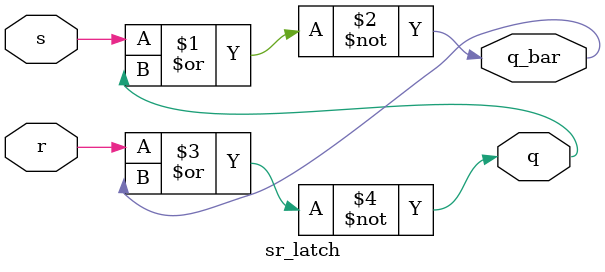
<source format=v>


module sr_latch(input s,r,output q,q_bar);

nor n1(q_bar,s,q);
nor n2(q,r,q_bar);

endmodule

</source>
